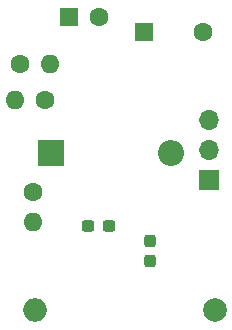
<source format=gbr>
%TF.GenerationSoftware,KiCad,Pcbnew,7.0.1*%
%TF.CreationDate,2023-05-04T19:00:15-07:00*%
%TF.ProjectId,LM2597-Adj,4c4d3235-3937-42d4-9164-6a2e6b696361,rev?*%
%TF.SameCoordinates,Original*%
%TF.FileFunction,Soldermask,Bot*%
%TF.FilePolarity,Negative*%
%FSLAX46Y46*%
G04 Gerber Fmt 4.6, Leading zero omitted, Abs format (unit mm)*
G04 Created by KiCad (PCBNEW 7.0.1) date 2023-05-04 19:00:15*
%MOMM*%
%LPD*%
G01*
G04 APERTURE LIST*
G04 Aperture macros list*
%AMRoundRect*
0 Rectangle with rounded corners*
0 $1 Rounding radius*
0 $2 $3 $4 $5 $6 $7 $8 $9 X,Y pos of 4 corners*
0 Add a 4 corners polygon primitive as box body*
4,1,4,$2,$3,$4,$5,$6,$7,$8,$9,$2,$3,0*
0 Add four circle primitives for the rounded corners*
1,1,$1+$1,$2,$3*
1,1,$1+$1,$4,$5*
1,1,$1+$1,$6,$7*
1,1,$1+$1,$8,$9*
0 Add four rect primitives between the rounded corners*
20,1,$1+$1,$2,$3,$4,$5,0*
20,1,$1+$1,$4,$5,$6,$7,0*
20,1,$1+$1,$6,$7,$8,$9,0*
20,1,$1+$1,$8,$9,$2,$3,0*%
G04 Aperture macros list end*
%ADD10R,2.200000X2.200000*%
%ADD11O,2.200000X2.200000*%
%ADD12R,1.600000X1.600000*%
%ADD13C,1.600000*%
%ADD14O,1.600000X1.600000*%
%ADD15R,1.700000X1.700000*%
%ADD16O,1.700000X1.700000*%
%ADD17C,2.000000*%
%ADD18O,2.000000X2.000000*%
%ADD19RoundRect,0.237500X-0.300000X-0.237500X0.300000X-0.237500X0.300000X0.237500X-0.300000X0.237500X0*%
%ADD20RoundRect,0.237500X0.237500X-0.300000X0.237500X0.300000X-0.237500X0.300000X-0.237500X-0.300000X0*%
G04 APERTURE END LIST*
D10*
%TO.C,D1*%
X163481551Y-78100872D03*
D11*
X173641551Y-78100872D03*
%TD*%
D12*
%TO.C,C5*%
X171376915Y-67848426D03*
D13*
X176376915Y-67848426D03*
%TD*%
%TO.C,R2*%
X160878104Y-70559999D03*
D14*
X163418104Y-70559999D03*
%TD*%
D15*
%TO.C,J1*%
X176855208Y-80352770D03*
D16*
X176855208Y-77812770D03*
X176855208Y-75272770D03*
%TD*%
D17*
%TO.C,L1*%
X177322931Y-91424700D03*
D18*
X162082931Y-91424700D03*
%TD*%
D13*
%TO.C,R3*%
X162966823Y-73632401D03*
D14*
X160426823Y-73632401D03*
%TD*%
D13*
%TO.C,R1*%
X161916011Y-81436855D03*
D14*
X161916011Y-83976855D03*
%TD*%
D12*
%TO.C,C4*%
X165038265Y-66577536D03*
D13*
X167538265Y-66577536D03*
%TD*%
D19*
%TO.C,C1*%
X166639562Y-84246054D03*
X168364562Y-84246054D03*
%TD*%
D20*
%TO.C,C3*%
X171893108Y-87255557D03*
X171893108Y-85530557D03*
%TD*%
M02*

</source>
